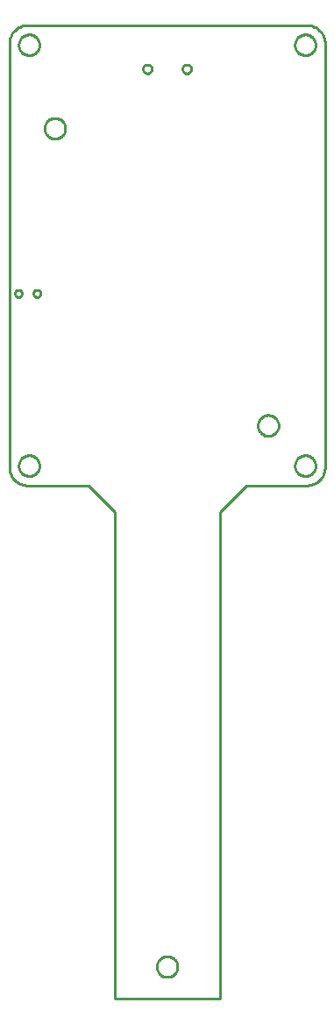
<source format=gbr>
G04 EAGLE Gerber RS-274X export*
G75*
%MOMM*%
%FSLAX34Y34*%
%LPD*%
%IN*%
%IPPOS*%
%AMOC8*
5,1,8,0,0,1.08239X$1,22.5*%
G01*
%ADD10C,0.254000*%


D10*
X0Y17780D02*
X68Y16230D01*
X270Y14693D01*
X606Y13178D01*
X1072Y11699D01*
X1666Y10266D01*
X2382Y8890D01*
X3215Y7582D01*
X4160Y6351D01*
X5208Y5208D01*
X6351Y4160D01*
X7582Y3215D01*
X8890Y2382D01*
X10266Y1666D01*
X11699Y1072D01*
X13178Y606D01*
X14693Y270D01*
X16230Y68D01*
X17780Y0D01*
X76200Y0D01*
X101600Y-25400D01*
X101600Y-495300D01*
X203200Y-495300D01*
X203200Y-25400D01*
X228600Y0D01*
X287020Y0D01*
X288570Y68D01*
X290107Y270D01*
X291622Y606D01*
X293101Y1072D01*
X294534Y1666D01*
X295910Y2382D01*
X297218Y3215D01*
X298449Y4160D01*
X299592Y5208D01*
X300640Y6351D01*
X301585Y7582D01*
X302418Y8890D01*
X303134Y10266D01*
X303728Y11699D01*
X304194Y13178D01*
X304530Y14693D01*
X304732Y16230D01*
X304800Y17780D01*
X304800Y426720D01*
X304732Y428270D01*
X304530Y429807D01*
X304194Y431322D01*
X303728Y432801D01*
X303134Y434234D01*
X302418Y435610D01*
X301585Y436918D01*
X300640Y438149D01*
X299592Y439292D01*
X298449Y440340D01*
X297218Y441285D01*
X295910Y442118D01*
X294534Y442834D01*
X293101Y443428D01*
X291622Y443894D01*
X290107Y444230D01*
X288570Y444432D01*
X287020Y444500D01*
X17780Y444500D01*
X16230Y444432D01*
X14693Y444230D01*
X13178Y443894D01*
X11699Y443428D01*
X10266Y442834D01*
X8890Y442118D01*
X7582Y441285D01*
X6351Y440340D01*
X5208Y439292D01*
X4160Y438149D01*
X3215Y436918D01*
X2382Y435610D01*
X1666Y434234D01*
X1072Y432801D01*
X606Y431322D01*
X270Y429807D01*
X68Y428270D01*
X0Y426720D01*
X0Y17780D01*
X295750Y18613D02*
X295674Y17744D01*
X295522Y16884D01*
X295296Y16040D01*
X294998Y15220D01*
X294629Y14428D01*
X294192Y13672D01*
X293691Y12957D01*
X293130Y12288D01*
X292512Y11670D01*
X291843Y11109D01*
X291128Y10608D01*
X290372Y10171D01*
X289580Y9802D01*
X288760Y9504D01*
X287916Y9278D01*
X287057Y9126D01*
X286187Y9050D01*
X285313Y9050D01*
X284444Y9126D01*
X283584Y9278D01*
X282740Y9504D01*
X281920Y9802D01*
X281128Y10171D01*
X280372Y10608D01*
X279657Y11109D01*
X278988Y11670D01*
X278370Y12288D01*
X277809Y12957D01*
X277308Y13672D01*
X276871Y14428D01*
X276502Y15220D01*
X276204Y16040D01*
X275978Y16884D01*
X275826Y17744D01*
X275750Y18613D01*
X275750Y19487D01*
X275826Y20357D01*
X275978Y21216D01*
X276204Y22060D01*
X276502Y22880D01*
X276871Y23672D01*
X277308Y24428D01*
X277809Y25143D01*
X278370Y25812D01*
X278988Y26430D01*
X279657Y26991D01*
X280372Y27492D01*
X281128Y27929D01*
X281920Y28298D01*
X282740Y28596D01*
X283584Y28822D01*
X284444Y28974D01*
X285313Y29050D01*
X286187Y29050D01*
X287057Y28974D01*
X287916Y28822D01*
X288760Y28596D01*
X289580Y28298D01*
X290372Y27929D01*
X291128Y27492D01*
X291843Y26991D01*
X292512Y26430D01*
X293130Y25812D01*
X293691Y25143D01*
X294192Y24428D01*
X294629Y23672D01*
X294998Y22880D01*
X295296Y22060D01*
X295522Y21216D01*
X295674Y20357D01*
X295750Y19487D01*
X295750Y18613D01*
X29050Y18613D02*
X28974Y17744D01*
X28822Y16884D01*
X28596Y16040D01*
X28298Y15220D01*
X27929Y14428D01*
X27492Y13672D01*
X26991Y12957D01*
X26430Y12288D01*
X25812Y11670D01*
X25143Y11109D01*
X24428Y10608D01*
X23672Y10171D01*
X22880Y9802D01*
X22060Y9504D01*
X21216Y9278D01*
X20357Y9126D01*
X19487Y9050D01*
X18613Y9050D01*
X17744Y9126D01*
X16884Y9278D01*
X16040Y9504D01*
X15220Y9802D01*
X14428Y10171D01*
X13672Y10608D01*
X12957Y11109D01*
X12288Y11670D01*
X11670Y12288D01*
X11109Y12957D01*
X10608Y13672D01*
X10171Y14428D01*
X9802Y15220D01*
X9504Y16040D01*
X9278Y16884D01*
X9126Y17744D01*
X9050Y18613D01*
X9050Y19487D01*
X9126Y20357D01*
X9278Y21216D01*
X9504Y22060D01*
X9802Y22880D01*
X10171Y23672D01*
X10608Y24428D01*
X11109Y25143D01*
X11670Y25812D01*
X12288Y26430D01*
X12957Y26991D01*
X13672Y27492D01*
X14428Y27929D01*
X15220Y28298D01*
X16040Y28596D01*
X16884Y28822D01*
X17744Y28974D01*
X18613Y29050D01*
X19487Y29050D01*
X20357Y28974D01*
X21216Y28822D01*
X22060Y28596D01*
X22880Y28298D01*
X23672Y27929D01*
X24428Y27492D01*
X25143Y26991D01*
X25812Y26430D01*
X26430Y25812D01*
X26991Y25143D01*
X27492Y24428D01*
X27929Y23672D01*
X28298Y22880D01*
X28596Y22060D01*
X28822Y21216D01*
X28974Y20357D01*
X29050Y19487D01*
X29050Y18613D01*
X29050Y425013D02*
X28974Y424144D01*
X28822Y423284D01*
X28596Y422440D01*
X28298Y421620D01*
X27929Y420828D01*
X27492Y420072D01*
X26991Y419357D01*
X26430Y418688D01*
X25812Y418070D01*
X25143Y417509D01*
X24428Y417008D01*
X23672Y416571D01*
X22880Y416202D01*
X22060Y415904D01*
X21216Y415678D01*
X20357Y415526D01*
X19487Y415450D01*
X18613Y415450D01*
X17744Y415526D01*
X16884Y415678D01*
X16040Y415904D01*
X15220Y416202D01*
X14428Y416571D01*
X13672Y417008D01*
X12957Y417509D01*
X12288Y418070D01*
X11670Y418688D01*
X11109Y419357D01*
X10608Y420072D01*
X10171Y420828D01*
X9802Y421620D01*
X9504Y422440D01*
X9278Y423284D01*
X9126Y424144D01*
X9050Y425013D01*
X9050Y425887D01*
X9126Y426757D01*
X9278Y427616D01*
X9504Y428460D01*
X9802Y429280D01*
X10171Y430072D01*
X10608Y430828D01*
X11109Y431543D01*
X11670Y432212D01*
X12288Y432830D01*
X12957Y433391D01*
X13672Y433892D01*
X14428Y434329D01*
X15220Y434698D01*
X16040Y434996D01*
X16884Y435222D01*
X17744Y435374D01*
X18613Y435450D01*
X19487Y435450D01*
X20357Y435374D01*
X21216Y435222D01*
X22060Y434996D01*
X22880Y434698D01*
X23672Y434329D01*
X24428Y433892D01*
X25143Y433391D01*
X25812Y432830D01*
X26430Y432212D01*
X26991Y431543D01*
X27492Y430828D01*
X27929Y430072D01*
X28298Y429280D01*
X28596Y428460D01*
X28822Y427616D01*
X28974Y426757D01*
X29050Y425887D01*
X29050Y425013D01*
X295750Y425013D02*
X295674Y424144D01*
X295522Y423284D01*
X295296Y422440D01*
X294998Y421620D01*
X294629Y420828D01*
X294192Y420072D01*
X293691Y419357D01*
X293130Y418688D01*
X292512Y418070D01*
X291843Y417509D01*
X291128Y417008D01*
X290372Y416571D01*
X289580Y416202D01*
X288760Y415904D01*
X287916Y415678D01*
X287057Y415526D01*
X286187Y415450D01*
X285313Y415450D01*
X284444Y415526D01*
X283584Y415678D01*
X282740Y415904D01*
X281920Y416202D01*
X281128Y416571D01*
X280372Y417008D01*
X279657Y417509D01*
X278988Y418070D01*
X278370Y418688D01*
X277809Y419357D01*
X277308Y420072D01*
X276871Y420828D01*
X276502Y421620D01*
X276204Y422440D01*
X275978Y423284D01*
X275826Y424144D01*
X275750Y425013D01*
X275750Y425887D01*
X275826Y426757D01*
X275978Y427616D01*
X276204Y428460D01*
X276502Y429280D01*
X276871Y430072D01*
X277308Y430828D01*
X277809Y431543D01*
X278370Y432212D01*
X278988Y432830D01*
X279657Y433391D01*
X280372Y433892D01*
X281128Y434329D01*
X281920Y434698D01*
X282740Y434996D01*
X283584Y435222D01*
X284444Y435374D01*
X285313Y435450D01*
X286187Y435450D01*
X287057Y435374D01*
X287916Y435222D01*
X288760Y434996D01*
X289580Y434698D01*
X290372Y434329D01*
X291128Y433892D01*
X291843Y433391D01*
X292512Y432830D01*
X293130Y432212D01*
X293691Y431543D01*
X294192Y430828D01*
X294629Y430072D01*
X294998Y429280D01*
X295296Y428460D01*
X295522Y427616D01*
X295674Y426757D01*
X295750Y425887D01*
X295750Y425013D01*
X162400Y-465257D02*
X162324Y-466127D01*
X162172Y-466986D01*
X161946Y-467830D01*
X161648Y-468650D01*
X161279Y-469442D01*
X160842Y-470198D01*
X160341Y-470913D01*
X159780Y-471582D01*
X159162Y-472200D01*
X158493Y-472761D01*
X157778Y-473262D01*
X157022Y-473699D01*
X156230Y-474068D01*
X155410Y-474366D01*
X154566Y-474592D01*
X153707Y-474744D01*
X152837Y-474820D01*
X151963Y-474820D01*
X151094Y-474744D01*
X150234Y-474592D01*
X149390Y-474366D01*
X148570Y-474068D01*
X147778Y-473699D01*
X147022Y-473262D01*
X146307Y-472761D01*
X145638Y-472200D01*
X145020Y-471582D01*
X144459Y-470913D01*
X143958Y-470198D01*
X143521Y-469442D01*
X143152Y-468650D01*
X142854Y-467830D01*
X142628Y-466986D01*
X142476Y-466127D01*
X142400Y-465257D01*
X142400Y-464383D01*
X142476Y-463514D01*
X142628Y-462654D01*
X142854Y-461810D01*
X143152Y-460990D01*
X143521Y-460198D01*
X143958Y-459442D01*
X144459Y-458727D01*
X145020Y-458058D01*
X145638Y-457440D01*
X146307Y-456879D01*
X147022Y-456378D01*
X147778Y-455941D01*
X148570Y-455572D01*
X149390Y-455274D01*
X150234Y-455048D01*
X151094Y-454896D01*
X151963Y-454820D01*
X152837Y-454820D01*
X153707Y-454896D01*
X154566Y-455048D01*
X155410Y-455274D01*
X156230Y-455572D01*
X157022Y-455941D01*
X157778Y-456378D01*
X158493Y-456879D01*
X159162Y-457440D01*
X159780Y-458058D01*
X160341Y-458727D01*
X160842Y-459442D01*
X161279Y-460198D01*
X161648Y-460990D01*
X161946Y-461810D01*
X162172Y-462654D01*
X162324Y-463514D01*
X162400Y-464383D01*
X162400Y-465257D01*
X34100Y344363D02*
X34176Y343494D01*
X34328Y342634D01*
X34554Y341790D01*
X34852Y340970D01*
X35221Y340178D01*
X35658Y339422D01*
X36159Y338707D01*
X36720Y338038D01*
X37338Y337420D01*
X38007Y336859D01*
X38722Y336358D01*
X39478Y335921D01*
X40270Y335552D01*
X41090Y335254D01*
X41934Y335028D01*
X42794Y334876D01*
X43663Y334800D01*
X44537Y334800D01*
X45407Y334876D01*
X46266Y335028D01*
X47110Y335254D01*
X47930Y335552D01*
X48722Y335921D01*
X49478Y336358D01*
X50193Y336859D01*
X50862Y337420D01*
X51480Y338038D01*
X52041Y338707D01*
X52542Y339422D01*
X52979Y340178D01*
X53348Y340970D01*
X53646Y341790D01*
X53872Y342634D01*
X54024Y343494D01*
X54100Y344363D01*
X54100Y345237D01*
X54024Y346107D01*
X53872Y346966D01*
X53646Y347810D01*
X53348Y348630D01*
X52979Y349422D01*
X52542Y350178D01*
X52041Y350893D01*
X51480Y351562D01*
X50862Y352180D01*
X50193Y352741D01*
X49478Y353242D01*
X48722Y353679D01*
X47930Y354048D01*
X47110Y354346D01*
X46266Y354572D01*
X45407Y354724D01*
X44537Y354800D01*
X43663Y354800D01*
X42794Y354724D01*
X41934Y354572D01*
X41090Y354346D01*
X40270Y354048D01*
X39478Y353679D01*
X38722Y353242D01*
X38007Y352741D01*
X37338Y352180D01*
X36720Y351562D01*
X36159Y350893D01*
X35658Y350178D01*
X35221Y349422D01*
X34852Y348630D01*
X34554Y347810D01*
X34328Y346966D01*
X34176Y346107D01*
X34100Y345237D01*
X34100Y344363D01*
X240100Y57463D02*
X240176Y56594D01*
X240328Y55734D01*
X240554Y54890D01*
X240852Y54070D01*
X241221Y53278D01*
X241658Y52522D01*
X242159Y51807D01*
X242720Y51138D01*
X243338Y50520D01*
X244007Y49959D01*
X244722Y49458D01*
X245478Y49021D01*
X246270Y48652D01*
X247090Y48354D01*
X247934Y48128D01*
X248794Y47976D01*
X249663Y47900D01*
X250537Y47900D01*
X251407Y47976D01*
X252266Y48128D01*
X253110Y48354D01*
X253930Y48652D01*
X254722Y49021D01*
X255478Y49458D01*
X256193Y49959D01*
X256862Y50520D01*
X257480Y51138D01*
X258041Y51807D01*
X258542Y52522D01*
X258979Y53278D01*
X259348Y54070D01*
X259646Y54890D01*
X259872Y55734D01*
X260024Y56594D01*
X260100Y57463D01*
X260100Y58337D01*
X260024Y59207D01*
X259872Y60066D01*
X259646Y60910D01*
X259348Y61730D01*
X258979Y62522D01*
X258542Y63278D01*
X258041Y63993D01*
X257480Y64662D01*
X256862Y65280D01*
X256193Y65841D01*
X255478Y66342D01*
X254722Y66779D01*
X253930Y67148D01*
X253110Y67446D01*
X252266Y67672D01*
X251407Y67824D01*
X250537Y67900D01*
X249663Y67900D01*
X248794Y67824D01*
X247934Y67672D01*
X247090Y67446D01*
X246270Y67148D01*
X245478Y66779D01*
X244722Y66342D01*
X244007Y65841D01*
X243338Y65280D01*
X242720Y64662D01*
X242159Y63993D01*
X241658Y63278D01*
X241221Y62522D01*
X240852Y61730D01*
X240554Y60910D01*
X240328Y60066D01*
X240176Y59207D01*
X240100Y58337D01*
X240100Y57463D01*
X171121Y397930D02*
X170569Y398003D01*
X170031Y398147D01*
X169516Y398360D01*
X169034Y398639D01*
X168592Y398978D01*
X168198Y399372D01*
X167859Y399814D01*
X167580Y400296D01*
X167367Y400811D01*
X167223Y401349D01*
X167150Y401901D01*
X167150Y402459D01*
X167223Y403011D01*
X167367Y403549D01*
X167580Y404064D01*
X167859Y404546D01*
X168198Y404988D01*
X168592Y405382D01*
X169034Y405721D01*
X169516Y406000D01*
X170031Y406213D01*
X170569Y406357D01*
X171121Y406430D01*
X171679Y406430D01*
X172231Y406357D01*
X172769Y406213D01*
X173284Y406000D01*
X173766Y405721D01*
X174208Y405382D01*
X174602Y404988D01*
X174941Y404546D01*
X175220Y404064D01*
X175433Y403549D01*
X175577Y403011D01*
X175650Y402459D01*
X175650Y401901D01*
X175577Y401349D01*
X175433Y400811D01*
X175220Y400296D01*
X174941Y399814D01*
X174602Y399372D01*
X174208Y398978D01*
X173766Y398639D01*
X173284Y398360D01*
X172769Y398147D01*
X172231Y398003D01*
X171679Y397930D01*
X171121Y397930D01*
X133121Y397930D02*
X132569Y398003D01*
X132031Y398147D01*
X131516Y398360D01*
X131034Y398639D01*
X130592Y398978D01*
X130198Y399372D01*
X129859Y399814D01*
X129580Y400296D01*
X129367Y400811D01*
X129223Y401349D01*
X129150Y401901D01*
X129150Y402459D01*
X129223Y403011D01*
X129367Y403549D01*
X129580Y404064D01*
X129859Y404546D01*
X130198Y404988D01*
X130592Y405382D01*
X131034Y405721D01*
X131516Y406000D01*
X132031Y406213D01*
X132569Y406357D01*
X133121Y406430D01*
X133679Y406430D01*
X134231Y406357D01*
X134769Y406213D01*
X135284Y406000D01*
X135766Y405721D01*
X136208Y405382D01*
X136602Y404988D01*
X136941Y404546D01*
X137220Y404064D01*
X137433Y403549D01*
X137577Y403011D01*
X137650Y402459D01*
X137650Y401901D01*
X137577Y401349D01*
X137433Y400811D01*
X137220Y400296D01*
X136941Y399814D01*
X136602Y399372D01*
X136208Y398978D01*
X135766Y398639D01*
X135284Y398360D01*
X134769Y398147D01*
X134231Y398003D01*
X133679Y397930D01*
X133121Y397930D01*
X26551Y181920D02*
X26096Y181980D01*
X25653Y182099D01*
X25229Y182274D01*
X24831Y182504D01*
X24467Y182783D01*
X24143Y183107D01*
X23864Y183471D01*
X23634Y183869D01*
X23459Y184293D01*
X23340Y184736D01*
X23280Y185191D01*
X23280Y185649D01*
X23340Y186104D01*
X23459Y186547D01*
X23634Y186971D01*
X23864Y187369D01*
X24143Y187733D01*
X24467Y188057D01*
X24831Y188336D01*
X25229Y188566D01*
X25653Y188741D01*
X26096Y188860D01*
X26551Y188920D01*
X27009Y188920D01*
X27464Y188860D01*
X27907Y188741D01*
X28331Y188566D01*
X28729Y188336D01*
X29093Y188057D01*
X29417Y187733D01*
X29696Y187369D01*
X29926Y186971D01*
X30101Y186547D01*
X30220Y186104D01*
X30280Y185649D01*
X30280Y185191D01*
X30220Y184736D01*
X30101Y184293D01*
X29926Y183869D01*
X29696Y183471D01*
X29417Y183107D01*
X29093Y182783D01*
X28729Y182504D01*
X28331Y182274D01*
X27907Y182099D01*
X27464Y181980D01*
X27009Y181920D01*
X26551Y181920D01*
X8551Y181920D02*
X8096Y181980D01*
X7653Y182099D01*
X7229Y182274D01*
X6831Y182504D01*
X6467Y182783D01*
X6143Y183107D01*
X5864Y183471D01*
X5634Y183869D01*
X5459Y184293D01*
X5340Y184736D01*
X5280Y185191D01*
X5280Y185649D01*
X5340Y186104D01*
X5459Y186547D01*
X5634Y186971D01*
X5864Y187369D01*
X6143Y187733D01*
X6467Y188057D01*
X6831Y188336D01*
X7229Y188566D01*
X7653Y188741D01*
X8096Y188860D01*
X8551Y188920D01*
X9009Y188920D01*
X9464Y188860D01*
X9907Y188741D01*
X10331Y188566D01*
X10729Y188336D01*
X11093Y188057D01*
X11417Y187733D01*
X11696Y187369D01*
X11926Y186971D01*
X12101Y186547D01*
X12220Y186104D01*
X12280Y185649D01*
X12280Y185191D01*
X12220Y184736D01*
X12101Y184293D01*
X11926Y183869D01*
X11696Y183471D01*
X11417Y183107D01*
X11093Y182783D01*
X10729Y182504D01*
X10331Y182274D01*
X9907Y182099D01*
X9464Y181980D01*
X9009Y181920D01*
X8551Y181920D01*
M02*

</source>
